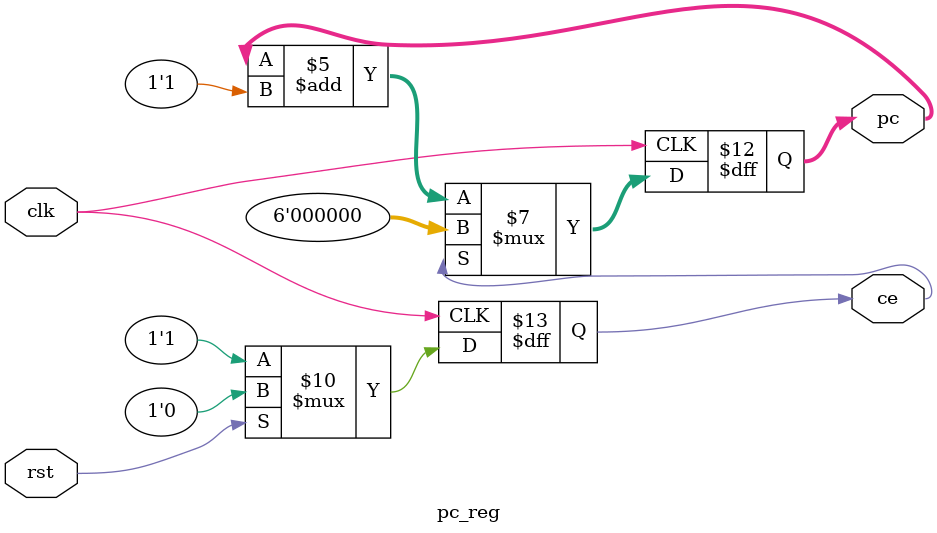
<source format=v>
module  pc_reg(
    input wire clk,
    input wire rst,
    output reg[5:0] pc,
    output reg ce
);
always @(posedge clk) begin
    if(rst==1'b1)begin
        ce<=1'b0;
    end
    else begin
        ce<='b1;
    end

end
always @(posedge clk) begin
    if(ce==1'b1)begin
        pc<=6'h00; //指令存储器使能信号无效，pc保持0
    end
    else begin
        pc<=pc+1'b1;//pc在每个时钟周期+1
    end
end
    
endmodule


</source>
